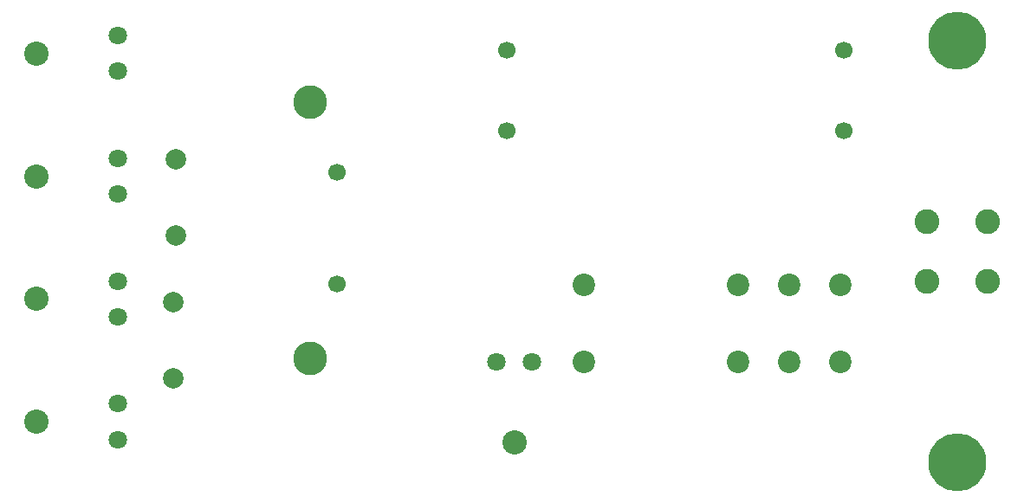
<source format=gbr>
G04 #@! TF.FileFunction,Soldermask,Bot*
%FSLAX46Y46*%
G04 Gerber Fmt 4.6, Leading zero omitted, Abs format (unit mm)*
G04 Created by KiCad (PCBNEW 4.0.7-e2-6376~58~ubuntu16.04.1) date Mon Feb  5 21:35:03 2018*
%MOMM*%
%LPD*%
G01*
G04 APERTURE LIST*
%ADD10C,0.100000*%
%ADD11C,2.420000*%
%ADD12C,5.680000*%
%ADD13C,2.200000*%
%ADD14C,2.000000*%
%ADD15C,1.700000*%
%ADD16C,3.300000*%
%ADD17C,1.797000*%
%ADD18C,2.381000*%
G04 APERTURE END LIST*
D10*
D11*
X186436000Y-55880000D03*
X186436000Y-50040000D03*
X192286000Y-50040000D03*
X192286000Y-55880000D03*
D12*
X189366000Y-32350000D03*
X189366000Y-73570000D03*
D13*
X172908000Y-56254000D03*
X172908000Y-63754000D03*
X167908000Y-63754000D03*
X152908000Y-63754000D03*
X152908000Y-56254000D03*
X167908000Y-56254000D03*
X177908000Y-63754000D03*
X177908000Y-56254000D03*
D14*
X113030000Y-43942000D03*
X113020000Y-51442000D03*
X112776000Y-57912000D03*
X112766000Y-65412000D03*
D15*
X178308000Y-41148000D03*
X145308000Y-41148000D03*
X178308000Y-33274000D03*
X145308000Y-33274000D03*
X128778000Y-56134000D03*
X128778000Y-45234000D03*
D16*
X126108000Y-63447000D03*
X126108000Y-38407000D03*
D17*
X107287000Y-59374000D03*
X107287000Y-55874000D03*
D18*
X99377000Y-57624000D03*
D17*
X107287000Y-47374000D03*
X107287000Y-43874000D03*
D18*
X99377000Y-45624000D03*
D17*
X107287000Y-35374000D03*
X107287000Y-31874000D03*
D18*
X99377000Y-33624000D03*
D17*
X147828000Y-63754000D03*
X144328000Y-63754000D03*
D18*
X146078000Y-71664000D03*
D17*
X107287000Y-71374000D03*
X107287000Y-67874000D03*
D18*
X99377000Y-69624000D03*
M02*

</source>
